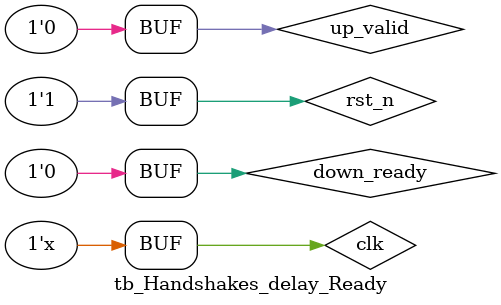
<source format=v>
`timescale 1 ns / 1 ps

module tb_Handshakes_delay_Ready();
reg clk;
reg rst_n;
reg up_valid;
reg [7:0] up_data;
reg down_ready;
wire down_valid;
wire [7:0]down_data;
wire up_ready;

initial begin
	clk = 1'b0;
	rst_n = 1'b0;
	up_valid = 1'b0;
	up_data = 'd0;
	down_ready = 1'b0;
	#35
	rst_n = 1'b1;
	down_ready = 1'b0;
	up_valid = 1'b1;
	#40
	down_ready = 1'b1;
	#20
	down_ready = 1'b0;
	#60
	down_ready = 1'b1;
	#20
	down_ready = 1'b0;
	#60
	down_ready = 1'b1;
	#120
	down_ready = 1'b0;
	up_valid = 1'b0;
	#20
	down_ready = 1'b1;	
	#40
	down_ready = 1'b0;
end

always @(posedge clk)begin
	if(!rst_n)begin
		up_data <= 'd0;
	end
	else if(up_ready && up_valid)begin
		up_data <= {$random}%256;
	end
end


always #10 clk = ~clk;

	Handshakes_delay_Ready #(
			.WORD_WIDTH(8)
		) inst_Handshakes_delay_Ready (
			.clk        (clk),
			.rst_n      (rst_n),
			.up_valid   (up_valid),
			.up_data    (up_data),
			.down_ready (down_ready),
			.down_valid (down_valid),
			.down_data  (down_data),
			.up_ready   (up_ready)
		);


endmodule
</source>
